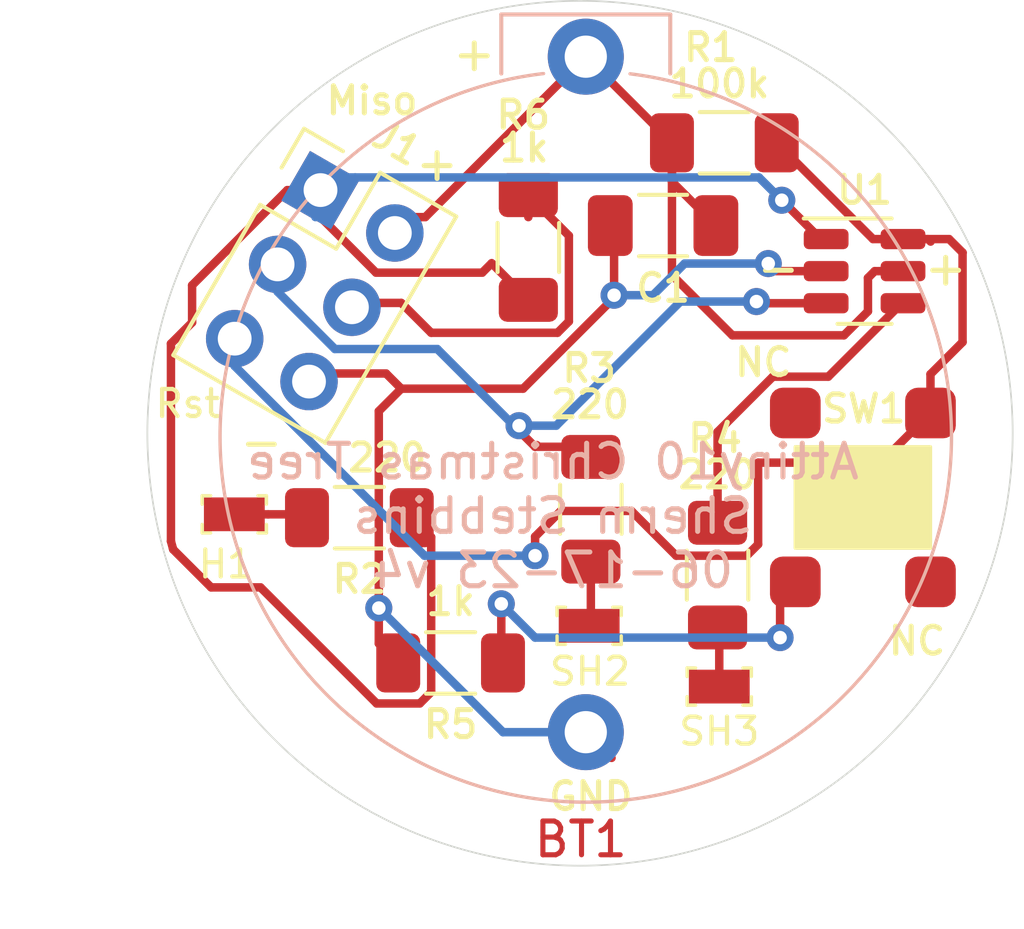
<source format=kicad_pcb>
(kicad_pcb (version 20221018) (generator pcbnew)
  (layers (0 "F.Cu" signal) (31 "B.Cu" signal) (34 "B.Paste" user) (35 "F.Paste" user) (36 "B.SilkS" user "B.Silkscreen") (37 "F.SilkS" user "F.Silkscreen") (38 "B.Mask" user) (39 "F.Mask" user) (44 "Edge.Cuts" user))
  (net 0 "")
  (net 1 "VCC")
  (net 2 "GND")
  (net 3 "RST-PB3")
  (net 4 "Net-(J1-Pad4)")
  (net 5 "SCK-PB1")
  (net 6 "MisoPB0")
  (net 7 "PB0")
  (net 8 "PB1")
  (net 9 "PB2")
  (net 10 "Net-(R5-Pad1)")
  (net 11 "Net-(U1-PB2)")
  (footprint "Capacitor_SMD:C_1206_3216Metric_Pad1.33x1.80mm_HandSolder" (layer "F.Cu") (at 175.5875 106.15 180)
    (fp_text reference "C1" (at 0 -1.85 180) (layer "F.SilkS") (effects (font (size 0.8 0.8))))
    (fp_text value "C_Small")
    (fp_line (start -0.711252 -0.91) (end 0.711252 -0.91) (stroke (width 0.12)) (layer "F.SilkS"))
    (fp_line (start -0.711252 0.91) (end 0.711252 0.91) (stroke (width 0.12)) (layer "F.SilkS"))
    (pad "1" smd roundrect (at -1.5625 0 180) (size 1.325 1.8) (layers "F.Cu" "F.Paste" "F.Mask") (roundrect_rratio 0.188679) (net 1 "VCC"))
    (pad "2" smd roundrect (at 1.5625 0 180) (size 1.325 1.8) (layers "F.Cu" "F.Paste" "F.Mask") (roundrect_rratio 0.188679) (net 2 "GND"))
  )
  (footprint "Resistor_SMD:R_1206_3216Metric_Pad1.30x1.75mm_HandSolder" (layer "F.Cu") (at 177.4 103.7)
    (fp_text reference "R1" (at -0.4 -2.825) (layer "F.SilkS") (effects (font (size 0.8 0.8))))
    (fp_text value "100k" (at -0.15 -1.75) (layer "F.SilkS") (effects (font (size 0.8 0.8))))
    (fp_line (start -0.727064 -0.91) (end 0.727064 -0.91) (stroke (width 0.12)) (layer "F.SilkS"))
    (fp_line (start -0.727064 0.91) (end 0.727064 0.91) (stroke (width 0.12)) (layer "F.SilkS"))
    (pad "1" smd roundrect (at -1.55 0) (size 1.3 1.75) (layers "F.Cu" "F.Paste" "F.Mask") (roundrect_rratio 0.192308) (net 1 "VCC"))
    (pad "2" smd roundrect (at 1.55 0) (size 1.3 1.75) (layers "F.Cu" "F.Paste" "F.Mask") (roundrect_rratio 0.192308) (net 3 "RST-PB3"))
  )
  (footprint "Resistor_SMD:R_1206_3216Metric_Pad1.30x1.75mm_HandSolder" (layer "F.Cu") (at 166.6 114.8 180)
    (fp_text reference "R2" (at 0 -1.82) (layer "F.SilkS") (effects (font (size 0.8 0.8))))
    (fp_text value "220" (at -0.825 1.775) (layer "F.SilkS") (effects (font (size 0.8 0.8))))
    (fp_line (start -0.727064 -0.91) (end 0.727064 -0.91) (stroke (width 0.12)) (layer "F.SilkS"))
    (fp_line (start -0.727064 0.91) (end 0.727064 0.91) (stroke (width 0.12)) (layer "F.SilkS"))
    (pad "1" smd roundrect (at -1.55 0 180) (size 1.3 1.75) (layers "F.Cu" "F.Paste" "F.Mask") (roundrect_rratio 0.192308) (net 6 "MisoPB0"))
    (pad "2" smd roundrect (at 1.55 0 180) (size 1.3 1.75) (layers "F.Cu" "F.Paste" "F.Mask") (roundrect_rratio 0.192308) (net 7 "PB0"))
  )
  (footprint "Resistor_SMD:R_1206_3216Metric_Pad1.30x1.75mm_HandSolder" (layer "F.Cu") (at 173.45 114.55 -90)
    (fp_text reference "R3" (at -4.175 0.05 180) (layer "F.SilkS") (effects (font (size 0.8 0.8))))
    (fp_text value "220" (at -3.1 0.025 -180) (layer "F.SilkS") (effects (font (size 0.8 0.8))))
    (fp_line (start -0.727064 -0.91) (end 0.727064 -0.91) (stroke (width 0.12)) (layer "F.SilkS"))
    (fp_line (start -0.727064 0.91) (end 0.727064 0.91) (stroke (width 0.12)) (layer "F.SilkS"))
    (pad "1" smd roundrect (at -1.55 0 270) (size 1.3 1.75) (layers "F.Cu" "F.Paste" "F.Mask") (roundrect_rratio 0.192308) (net 5 "SCK-PB1"))
    (pad "2" smd roundrect (at 1.55 0 270) (size 1.3 1.75) (layers "F.Cu" "F.Paste" "F.Mask") (roundrect_rratio 0.192308) (net 8 "PB1"))
  )
  (footprint "Resistor_SMD:R_1206_3216Metric_Pad1.30x1.75mm_HandSolder" (layer "F.Cu") (at 177.2 116.5 -90)
    (fp_text reference "R4" (at -4.05 0.075 -180) (layer "F.SilkS") (effects (font (size 0.8 0.8))))
    (fp_text value "220" (at -2.975 0 -180) (layer "F.SilkS") (effects (font (size 0.8 0.8))))
    (fp_line (start -0.727064 -0.91) (end 0.727064 -0.91) (stroke (width 0.12)) (layer "F.SilkS"))
    (fp_line (start -0.727064 0.91) (end 0.727064 0.91) (stroke (width 0.12)) (layer "F.SilkS"))
    (pad "1" smd roundrect (at -1.55 0 270) (size 1.3 1.75) (layers "F.Cu" "F.Paste" "F.Mask") (roundrect_rratio 0.192308) (net 11 "Net-(U1-PB2)"))
    (pad "2" smd roundrect (at 1.55 0 270) (size 1.3 1.75) (layers "F.Cu" "F.Paste" "F.Mask") (roundrect_rratio 0.192308) (net 9 "PB2"))
  )
  (footprint "Resistor_SMD:R_1206_3216Metric_Pad1.30x1.75mm_HandSolder" (layer "F.Cu") (at 169.3 119.1 180)
    (fp_text reference "R5" (at 0 -1.82) (layer "F.SilkS") (effects (font (size 0.8 0.8))))
    (fp_text value "1k" (at 0 1.82) (layer "F.SilkS") (effects (font (size 0.8 0.8))))
    (fp_line (start -0.727064 -0.91) (end 0.727064 -0.91) (stroke (width 0.12)) (layer "F.SilkS"))
    (fp_line (start -0.727064 0.91) (end 0.727064 0.91) (stroke (width 0.12)) (layer "F.SilkS"))
    (pad "1" smd roundrect (at -1.55 0 180) (size 1.3 1.75) (layers "F.Cu" "F.Paste" "F.Mask") (roundrect_rratio 0.192308) (net 10 "Net-(R5-Pad1)"))
    (pad "2" smd roundrect (at 1.55 0 180) (size 1.3 1.75) (layers "F.Cu" "F.Paste" "F.Mask") (roundrect_rratio 0.192308) (net 2 "GND"))
  )
  (footprint "Resistor_SMD:R_1206_3216Metric_Pad1.30x1.75mm_HandSolder" (layer "F.Cu") (at 171.6 106.8 90)
    (fp_text reference "R6" (at 3.925 -0.15 180) (layer "F.SilkS") (effects (font (size 0.8 0.8))))
    (fp_text value "1k" (at 2.95 -0.125 180) (layer "F.SilkS") (effects (font (size 0.8 0.8))))
    (fp_line (start -0.727064 -0.91) (end 0.727064 -0.91) (stroke (width 0.12)) (layer "F.SilkS"))
    (fp_line (start -0.727064 0.91) (end 0.727064 0.91) (stroke (width 0.12)) (layer "F.SilkS"))
    (pad "1" smd roundrect (at -1.55 0 90) (size 1.3 1.75) (layers "F.Cu" "F.Paste" "F.Mask") (roundrect_rratio 0.192308) (net 6 "MisoPB0"))
    (pad "2" smd roundrect (at 1.55 0 90) (size 1.3 1.75) (layers "F.Cu" "F.Paste" "F.Mask") (roundrect_rratio 0.192308) (net 4 "Net-(J1-Pad4)"))
  )
  (footprint "++Sherms-Custom-Libs:Button_4mm-4pad" (layer "F.Cu") (at 181.5 111.7 180)
    (fp_text reference "SW1" (at -0.025 0.125) (layer "F.SilkS") (effects (font (size 0.8 0.8))))
    (fp_text value "SW_Push")
    (fp_poly (pts (xy 2 -1) (xy -2 -1) (xy -2 -4) (xy 2 -4)) (stroke (width 0.1)) (fill solid) (layer "F.SilkS"))
    (pad "1" smd roundrect (at -2 0 180) (size 1.5 1.5) (layers "F.Cu" "F.Paste" "F.Mask") (net 3 "RST-PB3"))
    (pad "2" smd roundrect (at 2 -5 180) (size 1.5 1.5) (layers "F.Cu" "F.Paste" "F.Mask") (net 10 "Net-(R5-Pad1)"))
    (pad "3" smd roundrect (at -2 -5 180) (size 1.5 1.5) (layers "F.Cu" "F.Paste" "F.Mask"))
    (pad "4" smd roundrect (at 2 0 180) (size 1.5 1.5) (layers "F.Cu" "F.Paste" "F.Mask"))
  )
  (footprint "Package_TO_SOT_SMD:SOT-23-6" (layer "F.Cu") (at 181.55 107.5)
    (fp_text reference "U1" (at 0 -2.4) (layer "F.SilkS") (effects (font (size 0.8 0.8))))
    (fp_text value "ATtiny10-TS")
    (fp_line (start 0 -1.56) (end -1.8 -1.56) (stroke (width 0.12)) (layer "F.SilkS"))
    (fp_line (start 0 -1.56) (end 0.8 -1.56) (stroke (width 0.12)) (layer "F.SilkS"))
    (fp_line (start 0 1.56) (end -0.8 1.56) (stroke (width 0.12)) (layer "F.SilkS"))
    (fp_line (start 0 1.56) (end 0.8 1.56) (stroke (width 0.12)) (layer "F.SilkS"))
    (pad "1" smd roundrect (at -1.1375 -0.95) (size 1.325 0.6) (layers "F.Cu" "F.Paste" "F.Mask") (net 6 "MisoPB0"))
    (pad "2" smd roundrect (at -1.1375 0) (size 1.325 0.6) (layers "F.Cu" "F.Paste" "F.Mask") (net 2 "GND"))
    (pad "3" smd roundrect (at -1.1375 0.95) (size 1.325 0.6) (layers "F.Cu" "F.Paste" "F.Mask") (net 5 "SCK-PB1"))
    (pad "4" smd roundrect (at 1.1375 0.95) (size 1.325 0.6) (layers "F.Cu" "F.Paste" "F.Mask") (net 11 "Net-(U1-PB2)"))
    (pad "5" smd roundrect (at 1.1375 0) (size 1.325 0.6) (layers "F.Cu" "F.Paste" "F.Mask") (net 1 "VCC"))
    (pad "6" smd roundrect (at 1.1375 -0.95) (size 1.325 0.6) (layers "F.Cu" "F.Paste" "F.Mask") (net 3 "RST-PB3"))
  )
  (footprint "digikey-footprints:PROBE_PAD_0603" (layer "F.Cu") (at 162.9 114.7)
    (fp_text reference "H1" (at -0.25 1.475) (layer "F.SilkS") (effects (font (size 0.8 0.8) (thickness 0.125))))
    (fp_text value "MountingHole_Pad")
    (fp_line (start -0.95 -0.55) (end -0.95 -0.3) (stroke (width 0.1)) (layer "F.SilkS"))
    (fp_line (start -0.95 -0.55) (end -0.7 -0.55) (stroke (width 0.1)) (layer "F.SilkS"))
    (fp_line (start -0.95 0.55) (end -0.95 0.3) (stroke (width 0.1)) (layer "F.SilkS"))
    (fp_line (start -0.95 0.55) (end -0.7 0.55) (stroke (width 0.1)) (layer "F.SilkS"))
    (fp_line (start 0.95 -0.55) (end 0.7 -0.55) (stroke (width 0.1)) (layer "F.SilkS"))
    (fp_line (start 0.95 -0.55) (end 0.95 -0.3) (stroke (width 0.1)) (layer "F.SilkS"))
    (fp_line (start 0.95 0.55) (end 0.7 0.55) (stroke (width 0.1)) (layer "F.SilkS"))
    (fp_line (start 0.95 0.55) (end 0.95 0.3) (stroke (width 0.1)) (layer "F.SilkS"))
    (pad "1" smd rect (at 0 0) (size 1.8 1) (layers "F.Cu" "F.Paste" "F.Mask") (net 7 "PB0"))
  )
  (footprint "digikey-footprints:PROBE_PAD_0603" (layer "F.Cu") (at 177.25 119.8)
    (fp_text reference "SH3" (at 0 1.325) (layer "F.SilkS") (effects (font (size 0.8 0.8) (thickness 0.125))))
    (fp_text value "MountingHole_Pad")
    (fp_line (start -0.95 -0.55) (end -0.95 -0.3) (stroke (width 0.1)) (layer "F.SilkS"))
    (fp_line (start -0.95 -0.55) (end -0.7 -0.55) (stroke (width 0.1)) (layer "F.SilkS"))
    (fp_line (start -0.95 0.55) (end -0.95 0.3) (stroke (width 0.1)) (layer "F.SilkS"))
    (fp_line (start -0.95 0.55) (end -0.7 0.55) (stroke (width 0.1)) (layer "F.SilkS"))
    (fp_line (start 0.95 -0.55) (end 0.7 -0.55) (stroke (width 0.1)) (layer "F.SilkS"))
    (fp_line (start 0.95 -0.55) (end 0.95 -0.3) (stroke (width 0.1)) (layer "F.SilkS"))
    (fp_line (start 0.95 0.55) (end 0.7 0.55) (stroke (width 0.1)) (layer "F.SilkS"))
    (fp_line (start 0.95 0.55) (end 0.95 0.3) (stroke (width 0.1)) (layer "F.SilkS"))
    (pad "1" smd rect (at 0 0) (size 1.8 1) (layers "F.Cu" "F.Paste" "F.Mask") (net 9 "PB2"))
  )
  (footprint "digikey-footprints:PROBE_PAD_0603" (layer "F.Cu") (at 173.4 118)
    (fp_text reference "SH2" (at 0.025 1.35) (layer "F.SilkS") (effects (font (size 0.8 0.8) (thickness 0.125))))
    (fp_text value "MountingHole_Pad")
    (fp_line (start -0.95 -0.55) (end -0.95 -0.3) (stroke (width 0.1)) (layer "F.SilkS"))
    (fp_line (start -0.95 -0.55) (end -0.7 -0.55) (stroke (width 0.1)) (layer "F.SilkS"))
    (fp_line (start -0.95 0.55) (end -0.95 0.3) (stroke (width 0.1)) (layer "F.SilkS"))
    (fp_line (start -0.95 0.55) (end -0.7 0.55) (stroke (width 0.1)) (layer "F.SilkS"))
    (fp_line (start 0.95 -0.55) (end 0.7 -0.55) (stroke (width 0.1)) (layer "F.SilkS"))
    (fp_line (start 0.95 -0.55) (end 0.95 -0.3) (stroke (width 0.1)) (layer "F.SilkS"))
    (fp_line (start 0.95 0.55) (end 0.7 0.55) (stroke (width 0.1)) (layer "F.SilkS"))
    (fp_line (start 0.95 0.55) (end 0.95 0.3) (stroke (width 0.1)) (layer "F.SilkS"))
    (pad "1" smd rect (at 0 0) (size 1.8 1) (layers "F.Cu" "F.Paste" "F.Mask") (net 8 "PB1"))
  )
  (footprint "Connector_PinHeader_2.54mm:PinHeader_2x03_P2.54mm_Vertical" (layer "F.Cu") (at 165.45 105.1 -30)
    (fp_text reference "J1" (at 1.27 -2.33 150) (layer "F.SilkS") (effects (font (size 0.8 0.8))))
    (fp_text value "CONN-2x3")
    (fp_line (start -1.33 -1.33) (end 0 -1.33) (stroke (width 0.12)) (layer "F.SilkS"))
    (fp_line (start -1.33 0) (end -1.33 -1.33) (stroke (width 0.12)) (layer "F.SilkS"))
    (fp_line (start -1.33 1.27) (end -1.33 6.41) (stroke (width 0.12)) (layer "F.SilkS"))
    (fp_line (start -1.33 1.27) (end 1.27 1.27) (stroke (width 0.12)) (layer "F.SilkS"))
    (fp_line (start -1.33 6.41) (end 3.87 6.41) (stroke (width 0.12)) (layer "F.SilkS"))
    (fp_line (start 1.27 -1.33) (end 3.87 -1.33) (stroke (width 0.12)) (layer "F.SilkS"))
    (fp_line (start 1.27 1.27) (end 1.27 -1.33) (stroke (width 0.12)) (layer "F.SilkS"))
    (fp_line (start 3.87 -1.33) (end 3.87 6.41) (stroke (width 0.12)) (layer "F.SilkS"))
    (pad "1" thru_hole rect (at 0 0 330) (size 1.7 1.7) (drill 1) (layers "*.Cu" "*.Mask") (net 6 "MisoPB0"))
    (pad "2" thru_hole oval (at 2.54 0 330) (size 1.7 1.7) (drill 1) (layers "*.Cu" "*.Mask") (net 1 "VCC"))
    (pad "3" thru_hole oval (at 0 2.54 330) (size 1.7 1.7) (drill 1) (layers "*.Cu" "*.Mask") (net 5 "SCK-PB1"))
    (pad "4" thru_hole oval (at 2.54 2.54 330) (size 1.7 1.7) (drill 1) (layers "*.Cu" "*.Mask") (net 4 "Net-(J1-Pad4)"))
    (pad "5" thru_hole oval (at 0 5.08 330) (size 1.7 1.7) (drill 1) (layers "*.Cu" "*.Mask") (net 3 "RST-PB3"))
    (pad "6" thru_hole oval (at 2.54 5.08 330) (size 1.7 1.7) (drill 1) (layers "*.Cu" "*.Mask") (net 2 "GND"))
  )
  (footprint "++Sherms-Custom-Libs:CR2032-Battery-20mm-2pin-Dip" (layer "B.Cu") (at 173.3 122.4 180)
    (fp_text reference "BT1" (at 0.15 -1.925) (layer "F.Cu"))
    (fp_text value "Battery_Cell")
    (fp_line (start -2.5 22.5) (end -2.5 20.75) (stroke (width 0.12)) (layer "B.SilkS"))
    (fp_line (start 2.5 20.75) (end 2.5 22.5) (stroke (width 0.12)) (layer "B.SilkS"))
    (fp_line (start 2.5 22.5) (end -2.5 22.5) (stroke (width 0.12)) (layer "B.SilkS"))
    (fp_arc (start -1.310103 20.742841) (mid 0.030262 -0.822388) (end 1.25 20.75) (stroke (width 0.1)) (layer "B.SilkS"))
    (pad "1" thru_hole circle (at 0 21.25 180) (size 2.25 2.25) (drill 1.25) (layers "*.Cu" "*.Mask") (net 1 "VCC"))
    (pad "2" thru_hole circle (at 0 1.25 180) (size 2.25 2.25) (drill 1.25) (layers "*.Cu" "*.Mask") (net 2 "GND"))
  )
  (gr_circle (center 173.129492 112.3) (end 185.3 116.275) (stroke (width 0.05)) (fill none) (layer "Edge.Cuts"))
  (gr_text "Attiny10 Christmas Tree\nSherm Stebbins\n06-17-23 v4" (at 172.325 114.75) (layer "B.SilkS") (effects (font (size 1 1)) (justify mirror)))
  (gr_text "+" (at 170 101.05) (layer "F.SilkS") (effects (font (size 1 1))))
  (gr_text "-" (at 179 107.4) (layer "F.SilkS") (effects (font (size 1 1))))
  (gr_text "+" (at 183.95 107.4) (layer "F.SilkS") (effects (font (size 1 1))))
  (gr_text "NC" (at 178.55 110.2) (layer "F.SilkS") (effects (font (size 0.8 0.8))))
  (gr_text "-" (at 163.7 112.55) (layer "F.SilkS") (effects (font (size 1 1))))
  (gr_text "GND" (at 173.45 123.05) (layer "F.SilkS") (effects (font (size 0.8 0.8))))
  (gr_text "Rst" (at 161.525 111.425) (layer "F.SilkS") (effects (font (size 0.8 0.8) (thickness 0.125))))
  (gr_text "NC" (at 183.1 118.45) (layer "F.SilkS") (effects (font (size 0.8 0.8))))
  (gr_text "Miso" (at 166.975 102.45) (layer "F.SilkS") (effects (font (size 0.8 0.8))))
  (gr_text "+" (at 168.9 104.3) (layer "F.SilkS") (effects (font (size 1 1))))
  (segment (start 177.15 106.15) (end 175.85 104.85) (width 0.25) (layer "F.Cu") (net 1))
  (segment (start 173.3 101.15) (end 175.85 103.7) (width 0.25) (layer "F.Cu") (net 1))
  (segment (start 182.65 107.5) (end 181.85 107.5) (width 0.25) (layer "F.Cu") (net 1))
  (segment (start 175.85 107.6125) (end 177.6375 109.4) (width 0.25) (layer "F.Cu") (net 1))
  (segment (start 175.85 104.85) (end 175.85 103.7) (width 0.25) (layer "F.Cu") (net 1))
  (segment (start 175.6 103.15) (end 175.3 103.15) (width 0.25) (layer "F.Cu") (net 1))
  (segment (start 181.85 107.5) (end 181.65 107.7) (width 0.25) (layer "F.Cu") (net 1))
  (segment (start 173.3 101.15) (end 168.55 105.9) (width 0.25) (layer "F.Cu") (net 1))
  (segment (start 177.6375 109.4) (end 180.940002 109.4) (width 0.25) (layer "F.Cu") (net 1))
  (segment (start 181.65 108.690002) (end 181.65 107.7) (width 0.25) (layer "F.Cu") (net 1))
  (segment (start 180.940002 109.4) (end 181.65 108.690002) (width 0.25) (layer "F.Cu") (net 1))
  (segment (start 168.55 105.9) (end 167.84 105.9) (width 0.25) (layer "F.Cu") (net 1))
  (segment (start 175.85 103.7) (end 175.85 107.6125) (width 0.25) (layer "F.Cu") (net 1))
  (segment (start 174.1375 108.2125) (end 174.1375 108.2871) (width 0.25) (layer "F.Cu") (net 2))
  (segment (start 167.389991 110.529991) (end 165.113599 110.529991) (width 0.25) (layer "F.Cu") (net 2))
  (segment (start 171.4446 110.98) (end 167.84 110.98) (width 0.25) (layer "F.Cu") (net 2))
  (segment (start 174.1375 108.2125) (end 174.1375 106.2625) (width 0.25) (layer "F.Cu") (net 2))
  (segment (start 180.45 107.5) (end 179.950002 107.5) (width 0.25) (layer "F.Cu") (net 2))
  (segment (start 167.17499 117.47501) (end 167.17499 118.52499) (width 0.25) (layer "F.Cu") (net 2))
  (segment (start 167.17499 118.52499) (end 167.75 119.1) (width 0.25) (layer "F.Cu") (net 2))
  (segment (start 167.17499 117.47499) (end 167.175 117.475) (width 0.25) (layer "F.Cu") (net 2))
  (segment (start 180.4125 107.5) (end 178.925 107.5) (width 0.25) (layer "F.Cu") (net 2))
  (segment (start 178.925 107.5) (end 178.7 107.275) (width 0.25) (layer "F.Cu") (net 2))
  (segment (start 167.175 111.645) (end 167.175 117.475) (width 0.25) (layer "F.Cu") (net 2))
  (segment (start 167.84 110.98) (end 167.389991 110.529991) (width 0.25) (layer "F.Cu") (net 2))
  (segment (start 174.1375 108.2871) (end 171.4446 110.98) (width 0.25) (layer "F.Cu") (net 2))
  (segment (start 164.849991 110.793599) (end 164.849991 111.166401) (width 0.25) (layer "F.Cu") (net 2))
  (segment (start 174.1375 106.05) (end 173.855001 106.332499) (width 0.25) (layer "F.Cu") (net 2))
  (segment (start 167.84 110.98) (end 167.175 111.645) (width 0.25) (layer "F.Cu") (net 2))
  (segment (start 174.061999 121.911999) (end 173.3 121.15) (width 0.25) (layer "F.Cu") (net 2))
  (segment (start 174.1375 106.2625) (end 174.025 106.15) (width 0.25) (layer "F.Cu") (net 2))
  (segment (start 165.113599 110.529991) (end 164.849991 110.793599) (width 0.25) (layer "F.Cu") (net 2))
  (segment (start 167.175 117.475) (end 167.17499 117.47501) (width 0.25) (layer "F.Cu") (net 2))
  (via (at 174.1375 108.2125) (size 0.8) (drill 0.4) (layers "F.Cu" "B.Cu") (net 2))
  (via (at 178.7 107.275) (size 0.8) (drill 0.4) (layers "F.Cu" "B.Cu") (net 2))
  (via (at 167.175 117.475) (size 0.8) (drill 0.4) (layers "F.Cu" "B.Cu") (net 2))
  (segment (start 170.85 121.15) (end 167.175 117.475) (width 0.25) (layer "B.Cu") (net 2))
  (segment (start 176.224978 107.275) (end 178.7 107.275) (width 0.25) (layer "B.Cu") (net 2))
  (segment (start 174.1375 108.2125) (end 175.287478 108.2125) (width 0.25) (layer "B.Cu") (net 2))
  (segment (start 175.287478 108.2125) (end 176.224978 107.275) (width 0.25) (layer "B.Cu") (net 2))
  (segment (start 173.3 121.15) (end 170.85 121.15) (width 0.25) (layer "B.Cu") (net 2))
  (segment (start 171.8 115.359325) (end 171.8 115.92501) (width 0.25) (layer "F.Cu") (net 3))
  (segment (start 178.06318 115.92501) (end 175.97501 115.92501) (width 0.25) (layer "F.Cu") (net 3))
  (segment (start 183.5 110.55) (end 184.45 109.6) (width 0.25) (layer "F.Cu") (net 3))
  (segment (start 178.40001 113.17001) (end 178.40001 115.58818) (width 0.25) (layer "F.Cu") (net 3))
  (segment (start 184.05 106.55) (end 182.9 106.55) (width 0.25) (layer "F.Cu") (net 3))
  (segment (start 183.5 111.7) (end 182.02999 113.17001) (width 0.25) (layer "F.Cu") (net 3))
  (segment (start 184.44786 106.94786) (end 184.05 106.55) (width 0.25) (layer "F.Cu") (net 3))
  (segment (start 182.65 106.55) (end 183.43 106.55) (width 0.25) (layer "F.Cu") (net 3))
  (segment (start 178.40001 115.58818) (end 178.06318 115.92501) (width 0.25) (layer "F.Cu") (net 3))
  (segment (start 172.559325 114.6) (end 171.8 115.359325) (width 0.25) (layer "F.Cu") (net 3))
  (segment (start 182.02999 113.17001) (end 178.40001 113.17001) (width 0.25) (layer "F.Cu") (net 3))
  (segment (start 174.65 114.6) (end 172.559325 114.6) (width 0.25) (layer "F.Cu") (net 3))
  (segment (start 184.45 109.6) (end 184.45 106.952365) (width 0.25) (layer "F.Cu") (net 3))
  (segment (start 181.8 106.55) (end 178.95 103.7) (width 0.25) (layer "F.Cu") (net 3))
  (segment (start 184.45 106.952365) (end 184.44786 106.94786) (width 0.25) (layer "F.Cu") (net 3))
  (segment (start 183.5 111.7) (end 183.5 110.55) (width 0.25) (layer "F.Cu") (net 3))
  (segment (start 183.43 106.55) (end 183.505001 106.625001) (width 0.25) (layer "F.Cu") (net 3))
  (segment (start 175.97501 115.92501) (end 174.65 114.6) (width 0.25) (layer "F.Cu") (net 3))
  (segment (start 182.65 106.55) (end 181.8 106.55) (width 0.25) (layer "F.Cu") (net 3))
  (segment (start 183.505001 111.694999) (end 183.5 111.7) (width 0.25) (layer "F.Cu") (net 3))
  (via (at 171.8 115.92501) (size 0.8) (drill 0.4) (layers "F.Cu" "B.Cu") (net 3))
  (segment (start 168.526304 115.92501) (end 162.91 110.308706) (width 0.25) (layer "B.Cu") (net 3))
  (segment (start 162.91 110.308706) (end 162.91 109.499409) (width 0.25) (layer "B.Cu") (net 3))
  (segment (start 171.8 115.92501) (end 168.526304 115.92501) (width 0.25) (layer "B.Cu") (net 3))
  (segment (start 172.46318 109.32501) (end 168.72501 109.32501) (width 0.25) (layer "F.Cu") (net 4))
  (segment (start 168.72501 109.32501) (end 167.84 108.44) (width 0.25) (layer "F.Cu") (net 4))
  (segment (start 172.80001 106.45001) (end 172.80001 108.98818) (width 0.25) (layer "F.Cu") (net 4))
  (segment (start 167.84 108.44) (end 166.50941 108.44) (width 0.25) (layer "F.Cu") (net 4))
  (segment (start 172.80001 108.98818) (end 172.46318 109.32501) (width 0.25) (layer "F.Cu") (net 4))
  (segment (start 171.6 105.25) (end 172.80001 106.45001) (width 0.25) (layer "F.Cu") (net 4))
  (segment (start 166.50941 108.44) (end 166.379705 108.569705) (width 0.25) (layer "F.Cu") (net 4))
  (segment (start 171.6 105.25) (end 171.6 105.9) (width 0.25) (layer "F.Cu") (net 4))
  (segment (start 173.15 112.7) (end 173.45 113) (width 0.25) (layer "F.Cu") (net 5))
  (segment (start 171.85 112.65) (end 171.8 112.7) (width 0.25) (layer "F.Cu") (net 5))
  (segment (start 171.325 112.225) (end 171.325 112.075) (width 0.25) (layer "F.Cu") (net 5))
  (segment (start 171.8 112.7) (end 173.15 112.7) (width 0.25) (layer "F.Cu") (net 5))
  (segment (start 171.8 112.7) (end 171.325 112.225) (width 0.25) (layer "F.Cu") (net 5))
  (segment (start 178.4 108.45) (end 178.35 108.4) (width 0.25) (layer "F.Cu") (net 5))
  (segment (start 180.45 108.45) (end 178.4 108.45) (width 0.25) (layer "F.Cu") (net 5))
  (via (at 171.325 112.075) (size 0.8) (drill 0.4) (layers "F.Cu" "B.Cu") (net 5))
  (via (at 178.35 108.4) (size 0.8) (drill 0.4) (layers "F.Cu" "B.Cu") (net 5))
  (segment (start 168.904999 109.804999) (end 165.875997 109.804999) (width 0.25) (layer "B.Cu") (net 5))
  (segment (start 176.1 108.4) (end 172.425 112.075) (width 0.25) (layer "B.Cu") (net 5))
  (segment (start 165.875997 109.804999) (end 164.18 108.109002) (width 0.25) (layer "B.Cu") (net 5))
  (segment (start 168.904999 109.804999) (end 171.175 112.075) (width 0.25) (layer "B.Cu") (net 5))
  (segment (start 176.1 108.4) (end 178.35 108.4) (width 0.25) (layer "B.Cu") (net 5))
  (segment (start 164.18 108.109002) (end 164.18 107.299705) (width 0.25) (layer "B.Cu") (net 5))
  (segment (start 171.175 112.075) (end 171.325 112.075) (width 0.25) (layer "B.Cu") (net 5))
  (segment (start 172.425 112.075) (end 171.325 112.075) (width 0.25) (layer "B.Cu") (net 5))
  (segment (start 161.65 109.020407) (end 161.65 107.918505) (width 0.25) (layer "F.Cu") (net 6))
  (segment (start 165.45 105.900998) (end 165.45 105.1) (width 0.25) (layer "F.Cu") (net 6))
  (segment (start 167.094003 107.545001) (end 165.45 105.900998) (width 0.25) (layer "F.Cu") (net 6))
  (segment (start 168.72501 115.37501) (end 168.72501 119.96318) (width 0.25) (layer "F.Cu") (net 6))
  (segment (start 163.674989 116.863179) (end 162.213179 116.863179) (width 0.25) (layer "F.Cu") (net 6))
  (segment (start 167.11182 120.30001) (end 163.674989 116.863179) (width 0.25) (layer "F.Cu") (net 6))
  (segment (start 170.234997 107.545001) (end 167.094003 107.545001) (width 0.25) (layer "F.Cu") (net 6))
  (segment (start 168.15 114.8) (end 168.72501 115.37501) (width 0.25) (layer "F.Cu") (net 6))
  (segment (start 180.45 106.55) (end 180.25 106.55) (width 0.25) (layer "F.Cu") (net 6))
  (segment (start 161.091542 115.741542) (end 161.082425 115.710391) (width 0.25) (layer "F.Cu") (net 6))
  (segment (start 161.65 107.918505) (end 164.468505 105.1) (width 0.25) (layer "F.Cu") (net 6))
  (segment (start 161.024129 109.646278) (end 161.65 109.020407) (width 0.25) (layer "F.Cu") (net 6))
  (segment (start 162.213179 116.863179) (end 161.091542 115.741542) (width 0.25) (layer "F.Cu") (net 6))
  (segment (start 168.72501 119.96318) (end 168.38818 120.30001) (width 0.25) (layer "F.Cu") (net 6))
  (segment (start 170.514999 107.264999) (end 170.234997 107.545001) (width 0.25) (layer "F.Cu") (net 6))
  (segment (start 170.514999 107.264999) (end 171.6 108.35) (width 0.25) (layer "F.Cu") (net 6))
  (segment (start 180.25 106.55) (end 179.1 105.4) (width 0.25) (layer "F.Cu") (net 6))
  (segment (start 161.024129 115.497305) (end 161.024129 109.646278) (width 0.25) (layer "F.Cu") (net 6))
  (segment (start 164.468505 105.1) (end 165.45 105.1) (width 0.25) (layer "F.Cu") (net 6))
  (segment (start 161.082425 115.710391) (end 161.024129 115.497305) (width 0.25) (layer "F.Cu") (net 6))
  (segment (start 168.38818 120.30001) (end 167.11182 120.30001) (width 0.25) (layer "F.Cu") (net 6))
  (via (at 179.1 105.4) (size 0.8) (drill 0.4) (layers "F.Cu" "B.Cu") (net 6))
  (segment (start 166.475001 104.724999) (end 165.3 105.9) (width 0.25) (layer "B.Cu") (net 6))
  (segment (start 165.825001 104.724999) (end 165.45 105.1) (width 0.25) (layer "B.Cu") (net 6))
  (segment (start 178.424999 104.724999) (end 165.825001 104.724999) (width 0.25) (layer "B.Cu") (net 6))
  (segment (start 179.1 105.4) (end 178.424999 104.724999) (width 0.25) (layer "B.Cu") (net 6))
  (segment (start 163.9 114.7) (end 164.95 114.7) (width 0.25) (layer "F.Cu") (net 7))
  (segment (start 164.95 114.7) (end 165.05 114.8) (width 0.25) (layer "F.Cu") (net 7))
  (segment (start 163.9 114.7) (end 162.9 114.7) (width 0.25) (layer "F.Cu") (net 7))
  (segment (start 173.45 116.1) (end 173.45 118.35) (width 0.25) (layer "F.Cu") (net 8))
  (segment (start 177.25 118.1) (end 177.2 118.05) (width 0.25) (layer "F.Cu") (net 9))
  (segment (start 177.25 119.5) (end 177.25 118.1) (width 0.25) (layer "F.Cu") (net 9))
  (segment (start 170.8 119.05) (end 170.85 119.1) (width 0.25) (layer "F.Cu") (net 10))
  (segment (start 170.8 117.35) (end 170.8 119.05) (width 0.25) (layer "F.Cu") (net 10))
  (segment (start 179.05 117.15) (end 179.5 116.7) (width 0.25) (layer "F.Cu") (net 10))
  (segment (start 171.3 119.1) (end 170.85 119.1) (width 0.25) (layer "F.Cu") (net 10))
  (segment (start 179.05 118.35) (end 179.05 117.15) (width 0.25) (layer "F.Cu") (net 10))
  (via (at 179.05 118.35) (size 0.8) (drill 0.4) (layers "F.Cu" "B.Cu") (net 10))
  (via (at 170.8 117.35) (size 0.8) (drill 0.4) (layers "F.Cu" "B.Cu") (net 10))
  (segment (start 179.05 118.35) (end 171.8 118.35) (width 0.25) (layer "B.Cu") (net 10))
  (segment (start 171.8 118.35) (end 170.8 117.35) (width 0.25) (layer "B.Cu") (net 10))
  (segment (start 177.2 112.260034) (end 177.2 114.95) (width 0.25) (layer "F.Cu") (net 11))
  (segment (start 180.47501 110.62499) (end 178.835044 110.62499) (width 0.25) (layer "F.Cu") (net 11))
  (segment (start 180.47501 110.62499) (end 182.65 108.45) (width 0.25) (layer "F.Cu") (net 11))
  (segment (start 178.835044 110.62499) (end 177.2 112.260034) (width 0.25) (layer "F.Cu") (net 11))
)
</source>
